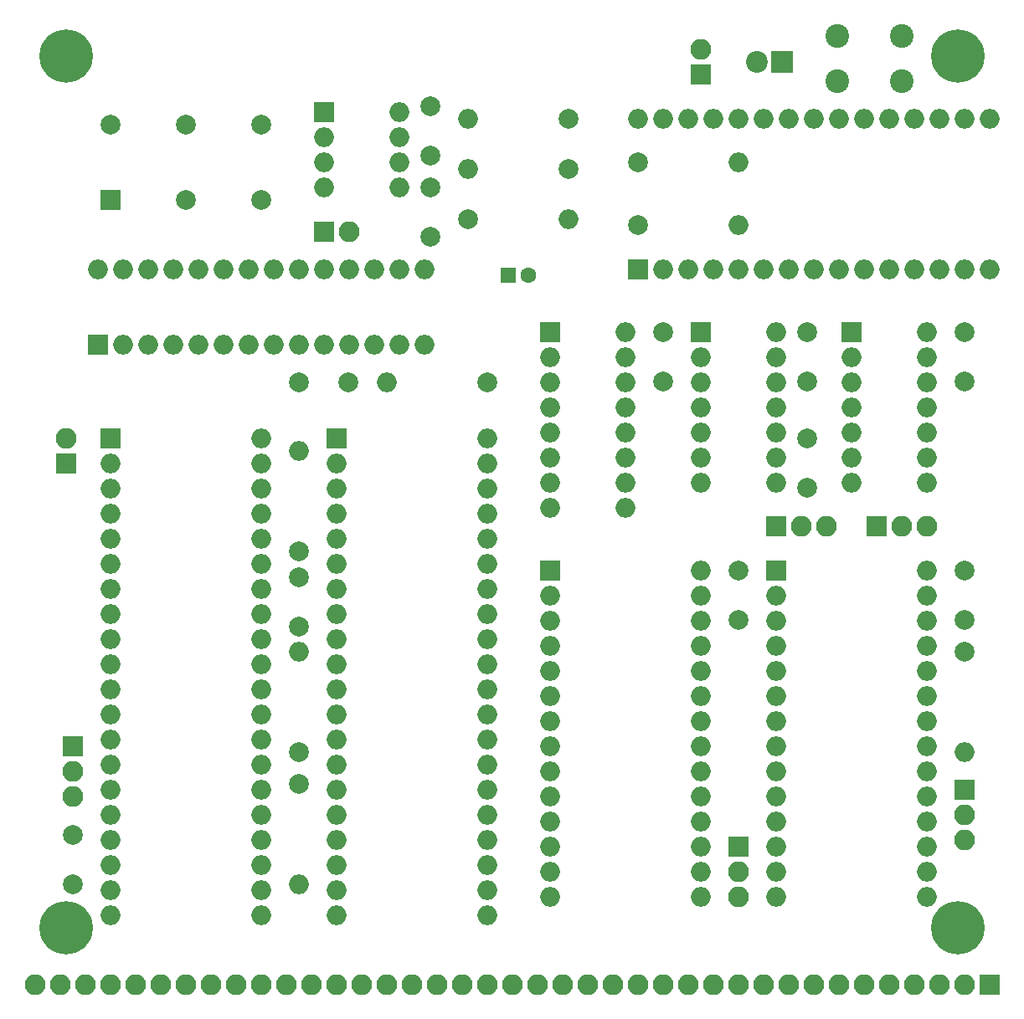
<source format=gbs>
G04 #@! TF.FileFunction,Soldermask,Bot*
%FSLAX46Y46*%
G04 Gerber Fmt 4.6, Leading zero omitted, Abs format (unit mm)*
G04 Created by KiCad (PCBNEW 4.0.7) date 01/25/20 16:13:12*
%MOMM*%
%LPD*%
G01*
G04 APERTURE LIST*
%ADD10C,0.100000*%
%ADD11R,2.000000X2.000000*%
%ADD12O,2.000000X2.000000*%
%ADD13C,2.000000*%
%ADD14R,2.100000X2.100000*%
%ADD15O,2.100000X2.100000*%
%ADD16C,2.400000*%
%ADD17R,1.600000X1.600000*%
%ADD18C,1.600000*%
%ADD19C,5.400000*%
%ADD20R,2.200000X2.200000*%
%ADD21C,2.200000*%
G04 APERTURE END LIST*
D10*
D11*
X192405000Y-95885000D03*
D12*
X207645000Y-128905000D03*
X192405000Y-98425000D03*
X207645000Y-126365000D03*
X192405000Y-100965000D03*
X207645000Y-123825000D03*
X192405000Y-103505000D03*
X207645000Y-121285000D03*
X192405000Y-106045000D03*
X207645000Y-118745000D03*
X192405000Y-108585000D03*
X207645000Y-116205000D03*
X192405000Y-111125000D03*
X207645000Y-113665000D03*
X192405000Y-113665000D03*
X207645000Y-111125000D03*
X192405000Y-116205000D03*
X207645000Y-108585000D03*
X192405000Y-118745000D03*
X207645000Y-106045000D03*
X192405000Y-121285000D03*
X207645000Y-103505000D03*
X192405000Y-123825000D03*
X207645000Y-100965000D03*
X192405000Y-126365000D03*
X207645000Y-98425000D03*
X192405000Y-128905000D03*
X207645000Y-95885000D03*
D11*
X147955000Y-82550000D03*
D12*
X163195000Y-130810000D03*
X147955000Y-85090000D03*
X163195000Y-128270000D03*
X147955000Y-87630000D03*
X163195000Y-125730000D03*
X147955000Y-90170000D03*
X163195000Y-123190000D03*
X147955000Y-92710000D03*
X163195000Y-120650000D03*
X147955000Y-95250000D03*
X163195000Y-118110000D03*
X147955000Y-97790000D03*
X163195000Y-115570000D03*
X147955000Y-100330000D03*
X163195000Y-113030000D03*
X147955000Y-102870000D03*
X163195000Y-110490000D03*
X147955000Y-105410000D03*
X163195000Y-107950000D03*
X147955000Y-107950000D03*
X163195000Y-105410000D03*
X147955000Y-110490000D03*
X163195000Y-102870000D03*
X147955000Y-113030000D03*
X163195000Y-100330000D03*
X147955000Y-115570000D03*
X163195000Y-97790000D03*
X147955000Y-118110000D03*
X163195000Y-95250000D03*
X147955000Y-120650000D03*
X163195000Y-92710000D03*
X147955000Y-123190000D03*
X163195000Y-90170000D03*
X147955000Y-125730000D03*
X163195000Y-87630000D03*
X147955000Y-128270000D03*
X163195000Y-85090000D03*
X147955000Y-130810000D03*
X163195000Y-82550000D03*
D11*
X184785000Y-71755000D03*
D12*
X192405000Y-86995000D03*
X184785000Y-74295000D03*
X192405000Y-84455000D03*
X184785000Y-76835000D03*
X192405000Y-81915000D03*
X184785000Y-79375000D03*
X192405000Y-79375000D03*
X184785000Y-81915000D03*
X192405000Y-76835000D03*
X184785000Y-84455000D03*
X192405000Y-74295000D03*
X184785000Y-86995000D03*
X192405000Y-71755000D03*
D13*
X144145000Y-101600000D03*
X144145000Y-96600000D03*
X188595000Y-95885000D03*
X188595000Y-100885000D03*
X211455000Y-95885000D03*
X211455000Y-100885000D03*
X211455000Y-71755000D03*
X211455000Y-76755000D03*
X157480000Y-57150000D03*
X157480000Y-62150000D03*
X195580000Y-71755000D03*
X195580000Y-76755000D03*
X121285000Y-127635000D03*
X121285000Y-122635000D03*
X144145000Y-76835000D03*
X149145000Y-76835000D03*
X157480000Y-48895000D03*
X157480000Y-53895000D03*
D11*
X178435000Y-65405000D03*
D12*
X211455000Y-50165000D03*
X180975000Y-65405000D03*
X208915000Y-50165000D03*
X183515000Y-65405000D03*
X206375000Y-50165000D03*
X186055000Y-65405000D03*
X203835000Y-50165000D03*
X188595000Y-65405000D03*
X201295000Y-50165000D03*
X191135000Y-65405000D03*
X198755000Y-50165000D03*
X193675000Y-65405000D03*
X196215000Y-50165000D03*
X196215000Y-65405000D03*
X193675000Y-50165000D03*
X198755000Y-65405000D03*
X191135000Y-50165000D03*
X201295000Y-65405000D03*
X188595000Y-50165000D03*
X203835000Y-65405000D03*
X186055000Y-50165000D03*
X206375000Y-65405000D03*
X183515000Y-50165000D03*
X208915000Y-65405000D03*
X180975000Y-50165000D03*
X211455000Y-65405000D03*
X178435000Y-50165000D03*
X213995000Y-65405000D03*
X213995000Y-50165000D03*
D14*
X213995000Y-137795000D03*
D15*
X211455000Y-137795000D03*
X208915000Y-137795000D03*
X206375000Y-137795000D03*
X203835000Y-137795000D03*
X201295000Y-137795000D03*
X198755000Y-137795000D03*
X196215000Y-137795000D03*
X193675000Y-137795000D03*
X191135000Y-137795000D03*
X188595000Y-137795000D03*
X186055000Y-137795000D03*
X183515000Y-137795000D03*
X180975000Y-137795000D03*
X178435000Y-137795000D03*
X175895000Y-137795000D03*
X173355000Y-137795000D03*
X170815000Y-137795000D03*
X168275000Y-137795000D03*
X165735000Y-137795000D03*
X163195000Y-137795000D03*
X160655000Y-137795000D03*
X158115000Y-137795000D03*
X155575000Y-137795000D03*
X153035000Y-137795000D03*
X150495000Y-137795000D03*
X147955000Y-137795000D03*
X145415000Y-137795000D03*
X142875000Y-137795000D03*
X140335000Y-137795000D03*
X137795000Y-137795000D03*
X135255000Y-137795000D03*
X132715000Y-137795000D03*
X130175000Y-137795000D03*
X127635000Y-137795000D03*
X125095000Y-137795000D03*
X122555000Y-137795000D03*
X120015000Y-137795000D03*
X117475000Y-137795000D03*
D13*
X211455000Y-104140000D03*
D12*
X211455000Y-114300000D03*
D13*
X171450000Y-50165000D03*
D12*
X161290000Y-50165000D03*
D13*
X171450000Y-55245000D03*
D12*
X161290000Y-55245000D03*
D13*
X161290000Y-60325000D03*
D12*
X171450000Y-60325000D03*
D13*
X178435000Y-54610000D03*
D12*
X188595000Y-54610000D03*
D13*
X144145000Y-117475000D03*
D12*
X144145000Y-127635000D03*
D13*
X144145000Y-114300000D03*
D12*
X144145000Y-104140000D03*
D13*
X144145000Y-93980000D03*
D12*
X144145000Y-83820000D03*
D13*
X178435000Y-60960000D03*
D12*
X188595000Y-60960000D03*
D16*
X205105000Y-41855000D03*
X205105000Y-46355000D03*
X198605000Y-41855000D03*
X198605000Y-46355000D03*
D11*
X169545000Y-95885000D03*
D12*
X184785000Y-128905000D03*
X169545000Y-98425000D03*
X184785000Y-126365000D03*
X169545000Y-100965000D03*
X184785000Y-123825000D03*
X169545000Y-103505000D03*
X184785000Y-121285000D03*
X169545000Y-106045000D03*
X184785000Y-118745000D03*
X169545000Y-108585000D03*
X184785000Y-116205000D03*
X169545000Y-111125000D03*
X184785000Y-113665000D03*
X169545000Y-113665000D03*
X184785000Y-111125000D03*
X169545000Y-116205000D03*
X184785000Y-108585000D03*
X169545000Y-118745000D03*
X184785000Y-106045000D03*
X169545000Y-121285000D03*
X184785000Y-103505000D03*
X169545000Y-123825000D03*
X184785000Y-100965000D03*
X169545000Y-126365000D03*
X184785000Y-98425000D03*
X169545000Y-128905000D03*
X184785000Y-95885000D03*
D11*
X200025000Y-71755000D03*
D12*
X207645000Y-86995000D03*
X200025000Y-74295000D03*
X207645000Y-84455000D03*
X200025000Y-76835000D03*
X207645000Y-81915000D03*
X200025000Y-79375000D03*
X207645000Y-79375000D03*
X200025000Y-81915000D03*
X207645000Y-76835000D03*
X200025000Y-84455000D03*
X207645000Y-74295000D03*
X200025000Y-86995000D03*
X207645000Y-71755000D03*
D11*
X125095000Y-82550000D03*
D12*
X140335000Y-130810000D03*
X125095000Y-85090000D03*
X140335000Y-128270000D03*
X125095000Y-87630000D03*
X140335000Y-125730000D03*
X125095000Y-90170000D03*
X140335000Y-123190000D03*
X125095000Y-92710000D03*
X140335000Y-120650000D03*
X125095000Y-95250000D03*
X140335000Y-118110000D03*
X125095000Y-97790000D03*
X140335000Y-115570000D03*
X125095000Y-100330000D03*
X140335000Y-113030000D03*
X125095000Y-102870000D03*
X140335000Y-110490000D03*
X125095000Y-105410000D03*
X140335000Y-107950000D03*
X125095000Y-107950000D03*
X140335000Y-105410000D03*
X125095000Y-110490000D03*
X140335000Y-102870000D03*
X125095000Y-113030000D03*
X140335000Y-100330000D03*
X125095000Y-115570000D03*
X140335000Y-97790000D03*
X125095000Y-118110000D03*
X140335000Y-95250000D03*
X125095000Y-120650000D03*
X140335000Y-92710000D03*
X125095000Y-123190000D03*
X140335000Y-90170000D03*
X125095000Y-125730000D03*
X140335000Y-87630000D03*
X125095000Y-128270000D03*
X140335000Y-85090000D03*
X125095000Y-130810000D03*
X140335000Y-82550000D03*
D11*
X123825000Y-73025000D03*
D12*
X156845000Y-65405000D03*
X126365000Y-73025000D03*
X154305000Y-65405000D03*
X128905000Y-73025000D03*
X151765000Y-65405000D03*
X131445000Y-73025000D03*
X149225000Y-65405000D03*
X133985000Y-73025000D03*
X146685000Y-65405000D03*
X136525000Y-73025000D03*
X144145000Y-65405000D03*
X139065000Y-73025000D03*
X141605000Y-65405000D03*
X141605000Y-73025000D03*
X139065000Y-65405000D03*
X144145000Y-73025000D03*
X136525000Y-65405000D03*
X146685000Y-73025000D03*
X133985000Y-65405000D03*
X149225000Y-73025000D03*
X131445000Y-65405000D03*
X151765000Y-73025000D03*
X128905000Y-65405000D03*
X154305000Y-73025000D03*
X126365000Y-65405000D03*
X156845000Y-73025000D03*
X123825000Y-65405000D03*
D11*
X169545000Y-71755000D03*
D12*
X177165000Y-89535000D03*
X169545000Y-74295000D03*
X177165000Y-86995000D03*
X169545000Y-76835000D03*
X177165000Y-84455000D03*
X169545000Y-79375000D03*
X177165000Y-81915000D03*
X169545000Y-81915000D03*
X177165000Y-79375000D03*
X169545000Y-84455000D03*
X177165000Y-76835000D03*
X169545000Y-86995000D03*
X177165000Y-74295000D03*
X169545000Y-89535000D03*
X177165000Y-71755000D03*
D11*
X146685000Y-49530000D03*
D12*
X154305000Y-57150000D03*
X146685000Y-52070000D03*
X154305000Y-54610000D03*
X146685000Y-54610000D03*
X154305000Y-52070000D03*
X146685000Y-57150000D03*
X154305000Y-49530000D03*
D13*
X180975000Y-71755000D03*
X180975000Y-76755000D03*
D17*
X165354000Y-66040000D03*
D18*
X167354000Y-66040000D03*
D13*
X195580000Y-82550000D03*
X195580000Y-87550000D03*
D19*
X210820000Y-132080000D03*
X120650000Y-132080000D03*
X210820000Y-43815000D03*
X120650000Y-43815000D03*
D14*
X120650000Y-85090000D03*
D15*
X120650000Y-82550000D03*
D20*
X193040000Y-44450000D03*
D21*
X190500000Y-44450000D03*
D14*
X184785000Y-45720000D03*
D15*
X184785000Y-43180000D03*
D14*
X192405000Y-91440000D03*
D15*
X194945000Y-91440000D03*
X197485000Y-91440000D03*
D14*
X202565000Y-91440000D03*
D15*
X205105000Y-91440000D03*
X207645000Y-91440000D03*
D13*
X163195000Y-76835000D03*
D12*
X153035000Y-76835000D03*
D13*
X132715000Y-58420000D03*
X132715000Y-50800000D03*
D11*
X125095000Y-58420000D03*
D13*
X125095000Y-50800000D03*
X140335000Y-50800000D03*
X140335000Y-58420000D03*
D14*
X211455000Y-118110000D03*
D15*
X211455000Y-120650000D03*
X211455000Y-123190000D03*
D14*
X188595000Y-123825000D03*
D15*
X188595000Y-126365000D03*
X188595000Y-128905000D03*
D14*
X121285000Y-113665000D03*
D15*
X121285000Y-116205000D03*
X121285000Y-118745000D03*
D14*
X146685000Y-61595000D03*
D15*
X149225000Y-61595000D03*
M02*

</source>
